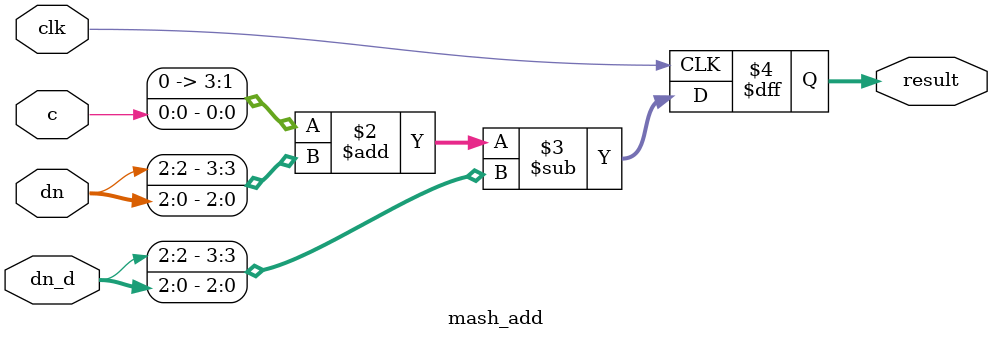
<source format=sv>
/* verilator lint_off WIDTHEXPAND */

module mash_add
(
input clk,
input c,
input [2:0] dn,
input [2:0] dn_d,
output logic [3:0] result
);

always @(posedge clk)
    result <= {3'b0,c} + {dn[2],dn} - {dn_d[2],dn_d};

endmodule

</source>
